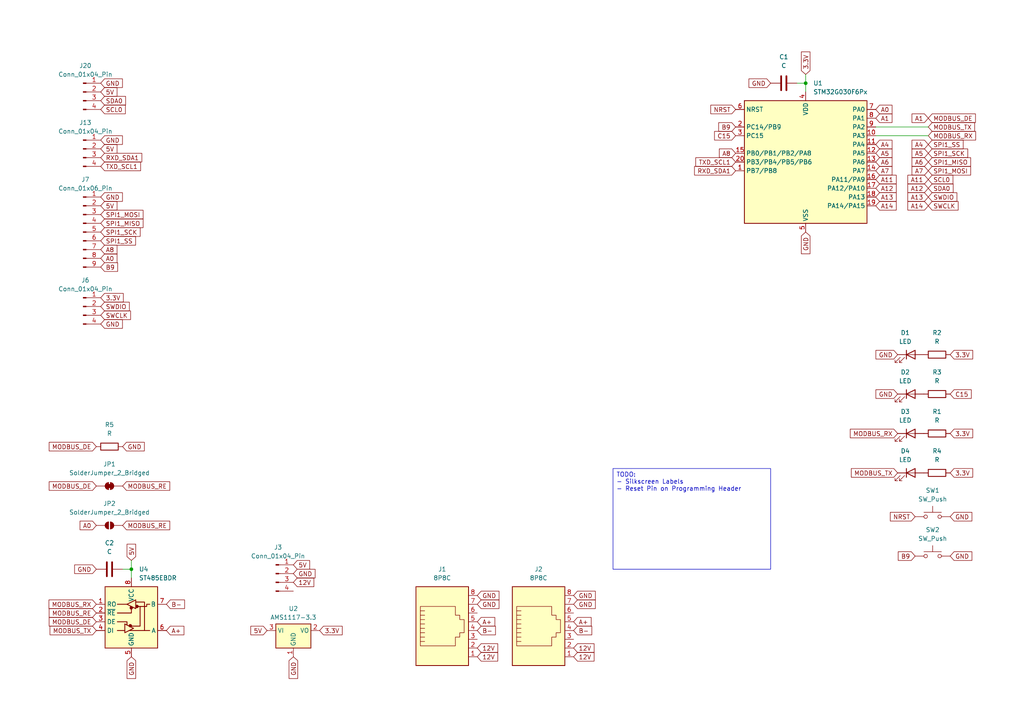
<source format=kicad_sch>
(kicad_sch (version 20231120) (generator "eeschema") (generator_version "8.0")
  (paper "A4")
  (lib_symbols
    (symbol "Connector:8P8C" (pin_names (offset 1.016))
      (property "Reference" "J" (at -5.08 13.97 0))
      (property "Value" "8P8C" (at 2.54 13.97 0))
      (symbol "8P8C_0_1"
        (polyline (pts (xy -5.08 4.445) (xy -6.35 4.445)))
        (polyline (pts (xy -5.08 5.715) (xy -6.35 5.715)))
        (polyline (pts (xy -6.35 -3.175) (xy -5.08 -3.175) (xy -5.08 -3.175)))
        (polyline (pts (xy -6.35 -1.905) (xy -5.08 -1.905) (xy -5.08 -1.905)))
        (polyline (pts (xy -6.35 -0.635) (xy -5.08 -0.635) (xy -5.08 -0.635)))
        (polyline (pts (xy -6.35 0.635) (xy -5.08 0.635) (xy -5.08 0.635)))
        (polyline (pts (xy -6.35 1.905) (xy -5.08 1.905) (xy -5.08 1.905)))
        (polyline (pts (xy -5.08 3.175) (xy -6.35 3.175) (xy -6.35 3.175)))
        (polyline (pts (xy -6.35 -4.445) (xy -6.35 6.985) (xy 3.81 6.985) (xy 3.81 4.445) (xy 5.08 4.445) (xy 5.08 3.175) (xy 6.35 3.175) (xy 6.35 -0.635) (xy 5.08 -0.635) (xy 5.08 -1.905) (xy 3.81 -1.905) (xy 3.81 -4.445) (xy -6.35 -4.445) (xy -6.35 -4.445)))
        (rectangle (start 7.62 12.7) (end -7.62 -10.16) (stroke (width 0.254)) (fill (type background)))
      )
      (symbol "8P8C_1_1"
        (pin passive line (at 10.16 -7.62 180) (length 2.54) (name "~") (number "1"))
        (pin passive line (at 10.16 -5.08 180) (length 2.54) (name "~") (number "2"))
        (pin passive line (at 10.16 -2.54 180) (length 2.54) (name "~") (number "3"))
        (pin passive line (at 10.16 0 180) (length 2.54) (name "~") (number "4"))
        (pin passive line (at 10.16 2.54 180) (length 2.54) (name "~") (number "5"))
        (pin passive line (at 10.16 5.08 180) (length 2.54) (name "~") (number "6"))
        (pin passive line (at 10.16 7.62 180) (length 2.54) (name "~") (number "7"))
        (pin passive line (at 10.16 10.16 180) (length 2.54) (name "~") (number "8"))
      )
    )
    (symbol "Connector:Conn_01x04_Pin" (pin_names (offset 1.016) hide)
      (property "Reference" "J" (at 0 5.08 0))
      (property "Value" "Conn_01x04_Pin" (at 0 -7.62 0))
      (symbol "Conn_01x04_Pin_1_1"
        (polyline (pts (xy 1.27 -5.08) (xy 0.8636 -5.08)) (stroke (width 0.1524)))
        (polyline (pts (xy 1.27 -2.54) (xy 0.8636 -2.54)) (stroke (width 0.1524)))
        (polyline (pts (xy 1.27 0) (xy 0.8636 0)) (stroke (width 0.1524)))
        (polyline (pts (xy 1.27 2.54) (xy 0.8636 2.54)) (stroke (width 0.1524)))
        (rectangle (start 0.8636 -4.953) (end 0 -5.207) (stroke (width 0.1524)) (fill (type outline)))
        (rectangle (start 0.8636 -2.413) (end 0 -2.667) (stroke (width 0.1524)) (fill (type outline)))
        (rectangle (start 0.8636 0.127) (end 0 -0.127) (stroke (width 0.1524)) (fill (type outline)))
        (rectangle (start 0.8636 2.667) (end 0 2.413) (stroke (width 0.1524)) (fill (type outline)))
        (pin passive line (at 5.08 2.54 180) (length 3.81) (name "Pin_1") (number "1"))
        (pin passive line (at 5.08 0 180) (length 3.81) (name "Pin_2") (number "2"))
        (pin passive line (at 5.08 -2.54 180) (length 3.81) (name "Pin_3") (number "3"))
        (pin passive line (at 5.08 -5.08 180) (length 3.81) (name "Pin_4") (number "4"))
      )
    )
    (symbol "Connector:Conn_01x09_Pin" (pin_names (offset 1.016) hide)
      (property "Reference" "J" (at 0 12.7 0))
      (property "Value" "Conn_01x09_Pin" (at 0 -12.7 0))
      (symbol "Conn_01x09_Pin_1_1"
        (polyline (pts (xy 1.27 -10.16) (xy 0.8636 -10.16)) (stroke (width 0.1524)))
        (polyline (pts (xy 1.27 -7.62) (xy 0.8636 -7.62)) (stroke (width 0.1524)))
        (polyline (pts (xy 1.27 -5.08) (xy 0.8636 -5.08)) (stroke (width 0.1524)))
        (polyline (pts (xy 1.27 -2.54) (xy 0.8636 -2.54)) (stroke (width 0.1524)))
        (polyline (pts (xy 1.27 0) (xy 0.8636 0)) (stroke (width 0.1524)))
        (polyline (pts (xy 1.27 2.54) (xy 0.8636 2.54)) (stroke (width 0.1524)))
        (polyline (pts (xy 1.27 5.08) (xy 0.8636 5.08)) (stroke (width 0.1524)))
        (polyline (pts (xy 1.27 7.62) (xy 0.8636 7.62)) (stroke (width 0.1524)))
        (polyline (pts (xy 1.27 10.16) (xy 0.8636 10.16)) (stroke (width 0.1524)))
        (rectangle (start 0.8636 -10.033) (end 0 -10.287) (stroke (width 0.1524)) (fill (type outline)))
        (rectangle (start 0.8636 -7.493) (end 0 -7.747) (stroke (width 0.1524)) (fill (type outline)))
        (rectangle (start 0.8636 -4.953) (end 0 -5.207) (stroke (width 0.1524)) (fill (type outline)))
        (rectangle (start 0.8636 -2.413) (end 0 -2.667) (stroke (width 0.1524)) (fill (type outline)))
        (rectangle (start 0.8636 0.127) (end 0 -0.127) (stroke (width 0.1524)) (fill (type outline)))
        (rectangle (start 0.8636 2.667) (end 0 2.413) (stroke (width 0.1524)) (fill (type outline)))
        (rectangle (start 0.8636 5.207) (end 0 4.953) (stroke (width 0.1524)) (fill (type outline)))
        (rectangle (start 0.8636 7.747) (end 0 7.493) (stroke (width 0.1524)) (fill (type outline)))
        (rectangle (start 0.8636 10.287) (end 0 10.033) (stroke (width 0.1524)) (fill (type outline)))
        (pin passive line (at 5.08 10.16 180) (length 3.81) (name "Pin_1") (number "1"))
        (pin passive line (at 5.08 7.62 180) (length 3.81) (name "Pin_2") (number "2"))
        (pin passive line (at 5.08 5.08 180) (length 3.81) (name "Pin_3") (number "3"))
        (pin passive line (at 5.08 2.54 180) (length 3.81) (name "Pin_4") (number "4"))
        (pin passive line (at 5.08 0 180) (length 3.81) (name "Pin_5") (number "5"))
        (pin passive line (at 5.08 -2.54 180) (length 3.81) (name "Pin_6") (number "6"))
        (pin passive line (at 5.08 -5.08 180) (length 3.81) (name "Pin_7") (number "7"))
        (pin passive line (at 5.08 -7.62 180) (length 3.81) (name "Pin_8") (number "8"))
        (pin passive line (at 5.08 -10.16 180) (length 3.81) (name "Pin_9") (number "9"))
      )
    )
    (symbol "Device:C" (pin_numbers hide) (pin_names (offset 0.254))
      (property "Reference" "C" (at 0.635 2.54 0))
      (property "Value" "C" (at 0.635 -2.54 0))
      (symbol "C_0_1"
        (polyline (pts (xy -2.032 -0.762) (xy 2.032 -0.762)) (stroke (width 0.508)))
        (polyline (pts (xy -2.032 0.762) (xy 2.032 0.762)) (stroke (width 0.508)))
      )
      (symbol "C_1_1"
        (pin passive line (at 0 3.81 270) (length 2.794) (name "~") (number "1"))
        (pin passive line (at 0 -3.81 90) (length 2.794) (name "~") (number "2"))
      )
    )
    (symbol "Device:LED" (pin_numbers hide) (pin_names (offset 1.016) hide)
      (property "Reference" "D" (at 0 2.54 0))
      (property "Value" "LED" (at 0 -2.54 0))
      (symbol "LED_0_1"
        (polyline (pts (xy -1.27 -1.27) (xy -1.27 1.27)) (stroke (width 0.254)))
        (polyline (pts (xy -1.27 0) (xy 1.27 0)))
        (polyline (pts (xy 1.27 -1.27) (xy 1.27 1.27) (xy -1.27 0) (xy 1.27 -1.27)) (stroke (width 0.254)))
        (polyline (pts (xy -3.048 -0.762) (xy -4.572 -2.286) (xy -3.81 -2.286) (xy -4.572 -2.286) (xy -4.572 -1.524)))
        (polyline (pts (xy -1.778 -0.762) (xy -3.302 -2.286) (xy -2.54 -2.286) (xy -3.302 -2.286) (xy -3.302 -1.524)))
      )
      (symbol "LED_1_1"
        (pin passive line (at -3.81 0 0) (length 2.54) (name "K") (number "1"))
        (pin passive line (at 3.81 0 180) (length 2.54) (name "A") (number "2"))
      )
    )
    (symbol "Device:R" (pin_numbers hide) (pin_names (offset 0))
      (property "Reference" "R" (at 2.032 0 90))
      (property "Value" "R" (at 0 0 90))
      (symbol "R_0_1"
        (rectangle (start -1.016 -2.54) (end 1.016 2.54) (stroke (width 0.254)))
      )
      (symbol "R_1_1"
        (pin passive line (at 0 3.81 270) (length 1.27) (name "~") (number "1"))
        (pin passive line (at 0 -3.81 90) (length 1.27) (name "~") (number "2"))
      )
    )
    (symbol "Interface_UART:ST485EBDR"
      (property "Reference" "U" (at -6.35 8.89 0))
      (property "Value" "ST485EBDR" (at 1.27 8.89 0))
      (symbol "ST485EBDR_0_1"
        (rectangle (start -7.62 7.62) (end 7.62 -10.16) (stroke (width 0.254)) (fill (type background)))
        (circle (center -0.3048 -3.683) (radius 0.3556) (stroke (width 0.254)) (fill (type outline)))
        (circle (center -0.0254 1.4986) (radius 0.3556) (stroke (width 0.254)) (fill (type outline)))
        (polyline (pts (xy -4.064 -5.08) (xy -1.905 -5.08)) (stroke (width 0.254)))
        (polyline (pts (xy -4.064 2.54) (xy -1.27 2.54)) (stroke (width 0.254)))
        (polyline (pts (xy -1.27 -3.2004) (xy -1.27 -3.4544)) (stroke (width 0.254)))
        (polyline (pts (xy -0.635 -5.08) (xy 5.334 -5.08)) (stroke (width 0.254)))
        (polyline (pts (xy -4.064 -2.54) (xy -1.27 -2.54) (xy -1.27 -3.175)) (stroke (width 0.254)))
        (polyline (pts (xy 0 1.27) (xy 0 0) (xy -4.064 0)) (stroke (width 0.254)))
        (polyline (pts (xy 1.27 3.175) (xy 3.81 3.175) (xy 3.81 -5.08)) (stroke (width 0.254)))
        (polyline (pts (xy 2.54 1.905) (xy 2.54 -3.81) (xy 0 -3.81)) (stroke (width 0.254)))
        (polyline (pts (xy -1.905 -3.175) (xy -1.905 -5.715) (xy 0.635 -4.445) (xy -1.905 -3.175)) (stroke (width 0.254)))
        (polyline (pts (xy -1.27 2.54) (xy 1.27 3.81) (xy 1.27 1.27) (xy -1.27 2.54)) (stroke (width 0.254)))
        (polyline (pts (xy 1.905 1.905) (xy 4.445 1.905) (xy 4.445 2.54) (xy 5.334 2.54)) (stroke (width 0.254)))
        (rectangle (start 1.27 3.175) (end 1.27 3.175))
        (circle (center 1.651 1.905) (radius 0.3556) (stroke (width 0.254)) (fill (type outline)))
      )
      (symbol "ST485EBDR_1_1"
        (pin output line (at -10.16 2.54 0) (length 2.54) (name "RO") (number "1"))
        (pin input line (at -10.16 0 0) (length 2.54) (name "~{RE}") (number "2"))
        (pin input line (at -10.16 -2.54 0) (length 2.54) (name "DE") (number "3"))
        (pin input line (at -10.16 -5.08 0) (length 2.54) (name "DI") (number "4"))
        (pin power_in line (at 0 -12.7 90) (length 2.54) (name "GND") (number "5"))
        (pin bidirectional line (at 10.16 -5.08 180) (length 2.54) (name "A") (number "6"))
        (pin bidirectional line (at 10.16 2.54 180) (length 2.54) (name "B") (number "7"))
        (pin power_in line (at 0 10.16 270) (length 2.54) (name "VCC") (number "8"))
      )
    )
    (symbol "Jumper:SolderJumper_2_Bridged" (pin_numbers hide) (pin_names (offset 0) hide) (exclude_from_sim yes) (in_bom no)
      (property "Reference" "JP" (at 0 2.032 0))
      (property "Value" "SolderJumper_2_Bridged" (at 0 -2.54 0))
      (symbol "SolderJumper_2_Bridged_0_1"
        (rectangle (start -0.508 0.508) (end 0.508 -0.508) (fill (type outline)))
        (arc (start -0.254 1.016) (mid -1.2656 0) (end -0.254 -1.016))
        (arc (start -0.254 1.016) (mid -1.2656 0) (end -0.254 -1.016) (fill (type outline)))
        (polyline (pts (xy -0.254 1.016) (xy -0.254 -1.016)))
        (polyline (pts (xy 0.254 1.016) (xy 0.254 -1.016)))
        (arc (start 0.254 -1.016) (mid 1.2656 0) (end 0.254 1.016))
        (arc (start 0.254 -1.016) (mid 1.2656 0) (end 0.254 1.016) (fill (type outline)))
      )
      (symbol "SolderJumper_2_Bridged_1_1"
        (pin passive line (at -3.81 0 0) (length 2.54) (name "A") (number "1"))
        (pin passive line (at 3.81 0 180) (length 2.54) (name "B") (number "2"))
      )
    )
    (symbol "Jumper:SolderJumper_2_Open" (pin_numbers hide) (pin_names (offset 0) hide) (exclude_from_sim yes) (in_bom no)
      (property "Reference" "JP" (at 0 2.032 0))
      (property "Value" "SolderJumper_2_Open" (at 0 -2.54 0))
      (symbol "SolderJumper_2_Open_0_1"
        (arc (start -0.254 1.016) (mid -1.2656 0) (end -0.254 -1.016))
        (arc (start -0.254 1.016) (mid -1.2656 0) (end -0.254 -1.016) (fill (type outline)))
        (polyline (pts (xy -0.254 1.016) (xy -0.254 -1.016)))
        (polyline (pts (xy 0.254 1.016) (xy 0.254 -1.016)))
        (arc (start 0.254 -1.016) (mid 1.2656 0) (end 0.254 1.016))
        (arc (start 0.254 -1.016) (mid 1.2656 0) (end 0.254 1.016) (fill (type outline)))
      )
      (symbol "SolderJumper_2_Open_1_1"
        (pin passive line (at -3.81 0 0) (length 2.54) (name "A") (number "1"))
        (pin passive line (at 3.81 0 180) (length 2.54) (name "B") (number "2"))
      )
    )
    (symbol "MCU_ST_STM32G0:STM32G030F6Px"
      (property "Reference" "U" (at -17.78 19.05 0))
      (property "Value" "STM32G030F6Px" (at 2.54 19.05 0))
      (symbol "STM32G030F6Px_0_1"
        (rectangle (start -17.78 -17.78) (end 17.78 17.78) (stroke (width 0.254)) (fill (type background)))
      )
      (symbol "STM32G030F6Px_1_1"
        (pin bidirectional line (at -20.32 -2.54 0) (length 2.54) (name "PB7/PB8") (number "1"))
        (pin bidirectional line (at 20.32 7.62 180) (length 2.54) (name "PA3") (number "10"))
        (pin bidirectional line (at 20.32 5.08 180) (length 2.54) (name "PA4") (number "11"))
        (pin bidirectional line (at 20.32 2.54 180) (length 2.54) (name "PA5") (number "12"))
        (pin bidirectional line (at 20.32 0 180) (length 2.54) (name "PA6") (number "13"))
        (pin bidirectional line (at 20.32 -2.54 180) (length 2.54) (name "PA7") (number "14"))
        (pin bidirectional line (at -20.32 2.54 0) (length 2.54) (name "PB0/PB1/PB2/PA8") (number "15"))
        (pin bidirectional line (at 20.32 -5.08 180) (length 2.54) (name "PA11/PA9") (number "16"))
        (pin bidirectional line (at 20.32 -7.62 180) (length 2.54) (name "PA12/PA10") (number "17"))
        (pin bidirectional line (at 20.32 -10.16 180) (length 2.54) (name "PA13") (number "18"))
        (pin bidirectional line (at 20.32 -12.7 180) (length 2.54) (name "PA14/PA15") (number "19"))
        (pin bidirectional line (at -20.32 10.16 0) (length 2.54) (name "PC14/PB9") (number "2"))
        (pin bidirectional line (at -20.32 0 0) (length 2.54) (name "PB3/PB4/PB5/PB6") (number "20"))
        (pin bidirectional line (at -20.32 7.62 0) (length 2.54) (name "PC15") (number "3"))
        (pin power_in line (at 0 20.32 270) (length 2.54) (name "VDD") (number "4"))
        (pin power_in line (at 0 -20.32 90) (length 2.54) (name "VSS") (number "5"))
        (pin input line (at -20.32 15.24 0) (length 2.54) (name "NRST") (number "6"))
        (pin bidirectional line (at 20.32 15.24 180) (length 2.54) (name "PA0") (number "7"))
        (pin bidirectional line (at 20.32 12.7 180) (length 2.54) (name "PA1") (number "8"))
        (pin bidirectional line (at 20.32 10.16 180) (length 2.54) (name "PA2") (number "9"))
      )
    )
    (symbol "Regulator_Linear:AMS1117-3.3"
      (property "Reference" "U" (at -3.81 3.175 0))
      (property "Value" "AMS1117-3.3" (at 0 3.175 0))
      (symbol "AMS1117-3.3_0_1"
        (rectangle (start -5.08 -5.08) (end 5.08 1.905) (stroke (width 0.254)) (fill (type background)))
      )
      (symbol "AMS1117-3.3_1_1"
        (pin power_in line (at 0 -7.62 90) (length 2.54) (name "GND") (number "1"))
        (pin power_out line (at 7.62 0 180) (length 2.54) (name "VO") (number "2"))
        (pin power_in line (at -7.62 0 0) (length 2.54) (name "VI") (number "3"))
      )
    )
    (symbol "Switch:SW_Push" (pin_numbers hide) (pin_names (offset 1.016) hide)
      (property "Reference" "SW" (at 1.27 2.54 0))
      (property "Value" "SW_Push" (at 0 -1.524 0))
      (symbol "SW_Push_0_1"
        (circle (center -2.032 0) (radius 0.508))
        (polyline (pts (xy 0 1.27) (xy 0 3.048)))
        (polyline (pts (xy 2.54 1.27) (xy -2.54 1.27)))
        (circle (center 2.032 0) (radius 0.508))
        (pin passive line (at -5.08 0 0) (length 2.54) (name "1") (number "1"))
        (pin passive line (at 5.08 0 180) (length 2.54) (name "2") (number "2"))
      )
    )
  )
  (junction (at 38.1 165.1))
  (junction (at 233.68 24.13))
  (wire (pts (xy 233.68 21.59) (xy 233.68 24.13)))
  (wire (pts (xy 38.1 165.1) (xy 38.1 167.64)))
  (wire (pts (xy 38.1 165.1) (xy 35.56 165.1)))
  (wire (pts (xy 254 39.37) (xy 269.24 39.37)))
  (wire (pts (xy 233.68 24.13) (xy 233.68 26.67)))
  (wire (pts (xy 254 36.83) (xy 269.24 36.83)))
  (wire (pts (xy 38.1 162.56) (xy 38.1 165.1)))
  (wire (pts (xy 233.68 24.13) (xy 231.14 24.13)))
  (text_box "TODO:\n- Silkscreen Labels\n- Reset Pin on Programming Header" (at 177.8 135.89 0) (size 45.72 29.21) (effects (font (size 1.27 1.27)) (justify left top)))
  (global_label "A13" (shape input) (at 254 57.15 0) (property "Intersheetrefs" "${INTERSHEET_REFS}" (effects (hide yes))))
  (global_label "A4" (shape input) (at 254 41.91 0) (property "Intersheetrefs" "${INTERSHEET_REFS}" (effects (hide yes))))
  (global_label "SPI1_SCK" (shape input) (at 29.21 67.31 0) (property "Intersheetrefs" "${INTERSHEET_REFS}" (effects (hide yes))))
  (global_label "5V" (shape input) (at 29.21 59.69 0) (property "Intersheetrefs" "${INTERSHEET_REFS}" (effects (hide yes))))
  (global_label "5V" (shape input) (at 29.21 26.67 0) (property "Intersheetrefs" "${INTERSHEET_REFS}" (effects (hide yes))))
  (global_label "GND" (shape input) (at 275.59 149.86 0) (property "Intersheetrefs" "${INTERSHEET_REFS}" (effects (hide yes))))
  (global_label "B9" (shape input) (at 213.36 36.83 180) (property "Intersheetrefs" "${INTERSHEET_REFS}" (effects (hide yes))))
  (global_label "B-" (shape input) (at 48.26 175.26 0) (property "Intersheetrefs" "${INTERSHEET_REFS}" (effects (hide yes))))
  (global_label "GND" (shape input) (at 29.21 93.98 0) (property "Intersheetrefs" "${INTERSHEET_REFS}" (effects (hide yes))))
  (global_label "GND" (shape input) (at 35.56 129.54 0) (property "Intersheetrefs" "${INTERSHEET_REFS}" (effects (hide yes))))
  (global_label "5V" (shape input) (at 77.47 182.88 180) (property "Intersheetrefs" "${INTERSHEET_REFS}" (effects (hide yes))))
  (global_label "SPI1_MISO" (shape input) (at 269.24 46.99 0) (property "Intersheetrefs" "${INTERSHEET_REFS}" (effects (hide yes))))
  (global_label "SDA0" (shape input) (at 269.24 54.61 0) (property "Intersheetrefs" "${INTERSHEET_REFS}" (effects (hide yes))))
  (global_label "A4" (shape input) (at 269.24 41.91 180) (property "Intersheetrefs" "${INTERSHEET_REFS}" (effects (hide yes))))
  (global_label "SDA0" (shape input) (at 29.21 29.21 0) (property "Intersheetrefs" "${INTERSHEET_REFS}" (effects (hide yes))))
  (global_label "SWDIO" (shape input) (at 29.21 88.9 0) (property "Intersheetrefs" "${INTERSHEET_REFS}" (effects (hide yes))))
  (global_label "GND" (shape input) (at 138.43 172.72 0) (property "Intersheetrefs" "${INTERSHEET_REFS}" (effects (hide yes))))
  (global_label "MODBUS_RE" (shape input) (at 27.94 177.8 180) (property "Intersheetrefs" "${INTERSHEET_REFS}" (effects (hide yes))))
  (global_label "SPI1_SS" (shape input) (at 269.24 41.91 0) (property "Intersheetrefs" "${INTERSHEET_REFS}" (effects (hide yes))))
  (global_label "A8" (shape input) (at 29.21 72.39 0) (property "Intersheetrefs" "${INTERSHEET_REFS}" (effects (hide yes))))
  (global_label "12V" (shape input) (at 85.09 168.91 0) (property "Intersheetrefs" "${INTERSHEET_REFS}" (effects (hide yes))))
  (global_label "A11" (shape input) (at 269.24 52.07 180) (property "Intersheetrefs" "${INTERSHEET_REFS}" (effects (hide yes))))
  (global_label "MODBUS_DE" (shape input) (at 269.24 34.29 0) (property "Intersheetrefs" "${INTERSHEET_REFS}" (effects (hide yes))))
  (global_label "A5" (shape input) (at 269.24 44.45 180) (property "Intersheetrefs" "${INTERSHEET_REFS}" (effects (hide yes))))
  (global_label "3.3V" (shape input) (at 275.59 125.73 0) (property "Intersheetrefs" "${INTERSHEET_REFS}" (effects (hide yes))))
  (global_label "MODBUS_RE" (shape input) (at 35.56 140.97 0) (property "Intersheetrefs" "${INTERSHEET_REFS}" (effects (hide yes))))
  (global_label "GND" (shape input) (at 38.1 190.5 270) (property "Intersheetrefs" "${INTERSHEET_REFS}" (effects (hide yes))))
  (global_label "A0" (shape input) (at 29.21 74.93 0) (property "Intersheetrefs" "${INTERSHEET_REFS}" (effects (hide yes))))
  (global_label "NRST" (shape input) (at 265.43 149.86 180) (property "Intersheetrefs" "${INTERSHEET_REFS}" (effects (hide yes))))
  (global_label "A+" (shape input) (at 138.43 180.34 0) (property "Intersheetrefs" "${INTERSHEET_REFS}" (effects (hide yes))))
  (global_label "A5" (shape input) (at 254 44.45 0) (property "Intersheetrefs" "${INTERSHEET_REFS}" (effects (hide yes))))
  (global_label "GND" (shape input) (at 29.21 57.15 0) (property "Intersheetrefs" "${INTERSHEET_REFS}" (effects (hide yes))))
  (global_label "GND" (shape input) (at 223.52 24.13 180) (property "Intersheetrefs" "${INTERSHEET_REFS}" (effects (hide yes))))
  (global_label "MODBUS_DE" (shape input) (at 27.94 140.97 180) (property "Intersheetrefs" "${INTERSHEET_REFS}" (effects (hide yes))))
  (global_label "3.3V" (shape input) (at 275.59 137.16 0) (property "Intersheetrefs" "${INTERSHEET_REFS}" (effects (hide yes))))
  (global_label "C15" (shape input) (at 213.36 39.37 180) (property "Intersheetrefs" "${INTERSHEET_REFS}" (effects (hide yes))))
  (global_label "GND" (shape input) (at 29.21 40.64 0) (property "Intersheetrefs" "${INTERSHEET_REFS}" (effects (hide yes))))
  (global_label "B-" (shape input) (at 166.37 182.88 0) (property "Intersheetrefs" "${INTERSHEET_REFS}" (effects (hide yes))))
  (global_label "MODBUS_DE" (shape input) (at 27.94 180.34 180) (property "Intersheetrefs" "${INTERSHEET_REFS}" (effects (hide yes))))
  (global_label "5V" (shape input) (at 29.21 43.18 0) (property "Intersheetrefs" "${INTERSHEET_REFS}" (effects (hide yes))))
  (global_label "TXD_SCL1" (shape input) (at 213.36 46.99 180) (property "Intersheetrefs" "${INTERSHEET_REFS}" (effects (hide yes))))
  (global_label "12V" (shape input) (at 138.43 190.5 0) (property "Intersheetrefs" "${INTERSHEET_REFS}" (effects (hide yes))))
  (global_label "12V" (shape input) (at 166.37 187.96 0) (property "Intersheetrefs" "${INTERSHEET_REFS}" (effects (hide yes))))
  (global_label "5V" (shape input) (at 85.09 163.83 0) (property "Intersheetrefs" "${INTERSHEET_REFS}" (effects (hide yes))))
  (global_label "NRST" (shape input) (at 213.36 31.75 180) (property "Intersheetrefs" "${INTERSHEET_REFS}" (effects (hide yes))))
  (global_label "A11" (shape input) (at 254 52.07 0) (property "Intersheetrefs" "${INTERSHEET_REFS}" (effects (hide yes))))
  (global_label "GND" (shape input) (at 166.37 175.26 0) (property "Intersheetrefs" "${INTERSHEET_REFS}" (effects (hide yes))))
  (global_label "B9" (shape input) (at 265.43 161.29 180) (property "Intersheetrefs" "${INTERSHEET_REFS}" (effects (hide yes))))
  (global_label "GND" (shape input) (at 27.94 165.1 180) (property "Intersheetrefs" "${INTERSHEET_REFS}" (effects (hide yes))))
  (global_label "RXD_SDA1" (shape input) (at 213.36 49.53 180) (property "Intersheetrefs" "${INTERSHEET_REFS}" (effects (hide yes))))
  (global_label "SCL0" (shape input) (at 269.24 52.07 0) (property "Intersheetrefs" "${INTERSHEET_REFS}" (effects (hide yes))))
  (global_label "A1" (shape input) (at 269.24 34.29 180) (property "Intersheetrefs" "${INTERSHEET_REFS}" (effects (hide yes))))
  (global_label "GND" (shape input) (at 85.09 190.5 270) (property "Intersheetrefs" "${INTERSHEET_REFS}" (effects (hide yes))))
  (global_label "MODBUS_TX" (shape input) (at 260.35 137.16 180) (property "Intersheetrefs" "${INTERSHEET_REFS}" (effects (hide yes))))
  (global_label "A7" (shape input) (at 254 49.53 0) (property "Intersheetrefs" "${INTERSHEET_REFS}" (effects (hide yes))))
  (global_label "GND" (shape input) (at 166.37 172.72 0) (property "Intersheetrefs" "${INTERSHEET_REFS}" (effects (hide yes))))
  (global_label "A14" (shape input) (at 269.24 59.69 180) (property "Intersheetrefs" "${INTERSHEET_REFS}" (effects (hide yes))))
  (global_label "A1" (shape input) (at 254 34.29 0) (property "Intersheetrefs" "${INTERSHEET_REFS}" (effects (hide yes))))
  (global_label "RXD_SDA1" (shape input) (at 29.21 45.72 0) (property "Intersheetrefs" "${INTERSHEET_REFS}" (effects (hide yes))))
  (global_label "MODBUS_TX" (shape input) (at 269.24 36.83 0) (property "Intersheetrefs" "${INTERSHEET_REFS}" (effects (hide yes))))
  (global_label "SPI1_MISO" (shape input) (at 29.21 64.77 0) (property "Intersheetrefs" "${INTERSHEET_REFS}" (effects (hide yes))))
  (global_label "A+" (shape input) (at 48.26 182.88 0) (property "Intersheetrefs" "${INTERSHEET_REFS}" (effects (hide yes))))
  (global_label "SCL0" (shape input) (at 29.21 31.75 0) (property "Intersheetrefs" "${INTERSHEET_REFS}" (effects (hide yes))))
  (global_label "GND" (shape input) (at 260.35 114.3 180) (property "Intersheetrefs" "${INTERSHEET_REFS}" (effects (hide yes))))
  (global_label "SPI1_MOSI" (shape input) (at 269.24 49.53 0) (property "Intersheetrefs" "${INTERSHEET_REFS}" (effects (hide yes))))
  (global_label "GND" (shape input) (at 138.43 175.26 0) (property "Intersheetrefs" "${INTERSHEET_REFS}" (effects (hide yes))))
  (global_label "A0" (shape input) (at 27.94 152.4 180) (property "Intersheetrefs" "${INTERSHEET_REFS}" (effects (hide yes))))
  (global_label "A8" (shape input) (at 213.36 44.45 180) (property "Intersheetrefs" "${INTERSHEET_REFS}" (effects (hide yes))))
  (global_label "12V" (shape input) (at 166.37 190.5 0) (property "Intersheetrefs" "${INTERSHEET_REFS}" (effects (hide yes))))
  (global_label "12V" (shape input) (at 138.43 187.96 0) (property "Intersheetrefs" "${INTERSHEET_REFS}" (effects (hide yes))))
  (global_label "GND" (shape input) (at 233.68 67.31 270) (property "Intersheetrefs" "${INTERSHEET_REFS}" (effects (hide yes))))
  (global_label "A7" (shape input) (at 269.24 49.53 180) (property "Intersheetrefs" "${INTERSHEET_REFS}" (effects (hide yes))))
  (global_label "SPI1_MOSI" (shape input) (at 29.21 62.23 0) (property "Intersheetrefs" "${INTERSHEET_REFS}" (effects (hide yes))))
  (global_label "TXD_SCL1" (shape input) (at 29.21 48.26 0) (property "Intersheetrefs" "${INTERSHEET_REFS}" (effects (hide yes))))
  (global_label "MODBUS_RX" (shape input) (at 269.24 39.37 0) (property "Intersheetrefs" "${INTERSHEET_REFS}" (effects (hide yes))))
  (global_label "A+" (shape input) (at 166.37 180.34 0) (property "Intersheetrefs" "${INTERSHEET_REFS}" (effects (hide yes))))
  (global_label "3.3V" (shape input) (at 233.68 21.59 90) (property "Intersheetrefs" "${INTERSHEET_REFS}" (effects (hide yes))))
  (global_label "A6" (shape input) (at 269.24 46.99 180) (property "Intersheetrefs" "${INTERSHEET_REFS}" (effects (hide yes))))
  (global_label "5V" (shape input) (at 38.1 162.56 90) (property "Intersheetrefs" "${INTERSHEET_REFS}" (effects (hide yes))))
  (global_label "GND" (shape input) (at 29.21 24.13 0) (property "Intersheetrefs" "${INTERSHEET_REFS}" (effects (hide yes))))
  (global_label "SWDIO" (shape input) (at 269.24 57.15 0) (property "Intersheetrefs" "${INTERSHEET_REFS}" (effects (hide yes))))
  (global_label "A6" (shape input) (at 254 46.99 0) (property "Intersheetrefs" "${INTERSHEET_REFS}" (effects (hide yes))))
  (global_label "A12" (shape input) (at 269.24 54.61 180) (property "Intersheetrefs" "${INTERSHEET_REFS}" (effects (hide yes))))
  (global_label "SPI1_SS" (shape input) (at 29.21 69.85 0) (property "Intersheetrefs" "${INTERSHEET_REFS}" (effects (hide yes))))
  (global_label "A13" (shape input) (at 269.24 57.15 180) (property "Intersheetrefs" "${INTERSHEET_REFS}" (effects (hide yes))))
  (global_label "A14" (shape input) (at 254 59.69 0) (property "Intersheetrefs" "${INTERSHEET_REFS}" (effects (hide yes))))
  (global_label "3.3V" (shape input) (at 29.21 86.36 0) (property "Intersheetrefs" "${INTERSHEET_REFS}" (effects (hide yes))))
  (global_label "GND" (shape input) (at 275.59 161.29 0) (property "Intersheetrefs" "${INTERSHEET_REFS}" (effects (hide yes))))
  (global_label "MODBUS_TX" (shape input) (at 27.94 182.88 180) (property "Intersheetrefs" "${INTERSHEET_REFS}" (effects (hide yes))))
  (global_label "MODBUS_RX" (shape input) (at 27.94 175.26 180) (property "Intersheetrefs" "${INTERSHEET_REFS}" (effects (hide yes))))
  (global_label "MODBUS_RX" (shape input) (at 260.35 125.73 180) (property "Intersheetrefs" "${INTERSHEET_REFS}" (effects (hide yes))))
  (global_label "B9" (shape input) (at 29.21 77.47 0) (property "Intersheetrefs" "${INTERSHEET_REFS}" (effects (hide yes))))
  (global_label "C15" (shape input) (at 275.59 114.3 0) (property "Intersheetrefs" "${INTERSHEET_REFS}" (effects (hide yes))))
  (global_label "A12" (shape input) (at 254 54.61 0) (property "Intersheetrefs" "${INTERSHEET_REFS}" (effects (hide yes))))
  (global_label "SWCLK" (shape input) (at 269.24 59.69 0) (property "Intersheetrefs" "${INTERSHEET_REFS}" (effects (hide yes))))
  (global_label "GND" (shape input) (at 260.35 102.87 180) (property "Intersheetrefs" "${INTERSHEET_REFS}" (effects (hide yes))))
  (global_label "B-" (shape input) (at 138.43 182.88 0) (property "Intersheetrefs" "${INTERSHEET_REFS}" (effects (hide yes))))
  (global_label "3.3V" (shape input) (at 275.59 102.87 0) (property "Intersheetrefs" "${INTERSHEET_REFS}" (effects (hide yes))))
  (global_label "A0" (shape input) (at 254 31.75 0) (property "Intersheetrefs" "${INTERSHEET_REFS}" (effects (hide yes))))
  (global_label "GND" (shape input) (at 85.09 166.37 0) (property "Intersheetrefs" "${INTERSHEET_REFS}" (effects (hide yes))))
  (global_label "SWCLK" (shape input) (at 29.21 91.44 0) (property "Intersheetrefs" "${INTERSHEET_REFS}" (effects (hide yes))))
  (global_label "3.3V" (shape input) (at 92.71 182.88 0) (property "Intersheetrefs" "${INTERSHEET_REFS}" (effects (hide yes))))
  (global_label "MODBUS_RE" (shape input) (at 35.56 152.4 0) (property "Intersheetrefs" "${INTERSHEET_REFS}" (effects (hide yes))))
  (global_label "MODBUS_DE" (shape input) (at 27.94 129.54 180) (property "Intersheetrefs" "${INTERSHEET_REFS}" (effects (hide yes))))
  (global_label "SPI1_SCK" (shape input) (at 269.24 44.45 0) (property "Intersheetrefs" "${INTERSHEET_REFS}" (effects (hide yes))))
  (symbol (lib_id "Device:R") (at 271.78 125.73 90) (unit 1)
    (property "Reference" "R1" (at 271.78 119.38 90))
    (property "Value" "R" (at 271.78 121.92 90))
    (property "Footprint" "Resistor_SMD:R_0805_2012Metric_Pad1.20x1.40mm_HandSolder" (effects (hide yes)))
    (property "Description" "Resistor" (effects (hide yes)))
  )
  (symbol (lib_id "Connector:Conn_01x04_Pin") (at 24.13 43.18 0) (unit 1)
    (property "Reference" "J13" (at 24.765 35.56 0))
    (property "Value" "Conn_01x04_Pin" (at 24.765 38.1 0))
    (property "Footprint" "Connector_PinHeader_2.54mm:PinHeader_1x04_P2.54mm_Vertical" (effects (hide yes)))
  )
  (symbol (lib_id "Switch:SW_Push") (at 270.51 161.29 0) (unit 1)
    (property "Reference" "SW2" (at 270.51 153.67 0))
    (property "Value" "SW_Push" (at 270.51 156.21 0))
    (property "Footprint" "Button_Switch_SMD:SW_Push_1P1T_NO_CK_KMR2" (effects (hide yes)))
    (property "Description" "Push button switch, generic, two pins" (effects (hide yes)))
  )
  (symbol (lib_id "Device:LED") (at 264.16 137.16 0) (unit 1)
    (property "Reference" "D4" (at 262.5725 130.81 0))
    (property "Value" "LED" (at 262.5725 133.35 0))
    (property "Footprint" "LED_SMD:LED_0805_2012Metric_Pad1.15x1.40mm_HandSolder" (effects (hide yes)))
    (property "Description" "Light emitting diode" (effects (hide yes)))
  )
  (symbol (lib_id "Jumper:SolderJumper_2_Open") (at 31.75 152.4 0) (unit 1) (exclude_from_sim yes) (in_bom no)
    (property "Reference" "JP2" (at 31.75 146.05 0))
    (property "Value" "SolderJumper_2_Bridged" (at 31.75 148.59 0))
    (property "Footprint" "Jumper:SolderJumper-2_P1.3mm_Open_TrianglePad1.0x1.5mm" (effects (hide yes)))
    (property "Description" "Solder Jumper, 2-pole, open" (effects (hide yes)))
  )
  (symbol (lib_id "Device:R") (at 271.78 114.3 90) (unit 1)
    (property "Reference" "R3" (at 271.78 107.95 90))
    (property "Value" "R" (at 271.78 110.49 90))
    (property "Footprint" "Resistor_SMD:R_0805_2012Metric_Pad1.20x1.40mm_HandSolder" (effects (hide yes)))
    (property "Description" "Resistor" (effects (hide yes)))
  )
  (symbol (lib_id "MCU_ST_STM32G0:STM32G030F6Px") (at 233.68 46.99 0) (unit 1)
    (property "Reference" "U1" (at 235.8741 24.13 0) (effects (justify left)))
    (property "Value" "STM32G030F6Px" (at 235.8741 26.67 0) (effects (justify left)))
    (property "Footprint" "Package_SO:TSSOP-20_4.4x6.5mm_P0.65mm" (effects (hide yes)))
    (property "Datasheet" "https://www.st.com/resource/en/datasheet/stm32g030f6.pdf" (effects (hide yes)))
    (property "Description" "STMicroelectronics Arm Cortex-M0+ MCU, 32KB flash, 8KB RAM, 64 MHz, 2.0-3.6V, 17 GPIO, TSSOP20" (effects (hide yes)))
  )
  (symbol (lib_id "Regulator_Linear:AMS1117-3.3") (at 85.09 182.88 0) (unit 1)
    (property "Reference" "U2" (at 85.09 176.53 0))
    (property "Value" "AMS1117-3.3" (at 85.09 179.07 0))
    (property "Footprint" "Package_TO_SOT_SMD:SOT-223-3_TabPin2" (effects (hide yes)))
    (property "Datasheet" "http://www.advanced-monolithic.com/pdf/ds1117.pdf" (effects (hide yes)))
    (property "Description" "1A Low Dropout regulator, positive, 3.3V fixed output, SOT-223" (effects (hide yes)))
  )
  (symbol (lib_id "Device:R") (at 31.75 129.54 90) (unit 1)
    (property "Reference" "R5" (at 31.75 123.19 90))
    (property "Value" "R" (at 31.75 125.73 90))
    (property "Footprint" "Resistor_SMD:R_0805_2012Metric_Pad1.20x1.40mm_HandSolder" (effects (hide yes)))
    (property "Description" "Resistor" (effects (hide yes)))
  )
  (symbol (lib_id "Connector:8P8C") (at 156.21 182.88 0) (unit 1)
    (property "Reference" "J2" (at 156.21 165.1 0))
    (property "Value" "8P8C" (at 156.21 167.64 0))
    (property "Footprint" "Connector_RJ:RJ45_Ninigi_GE" (effects (hide yes)))
  )
  (symbol (lib_id "Connector:Conn_01x09_Pin") (at 24.13 67.31 0) (unit 1)
    (property "Reference" "J7" (at 24.765 52.07 0))
    (property "Value" "Conn_01x06_Pin" (at 24.765 54.61 0))
    (property "Footprint" "Connector_PinHeader_2.54mm:PinHeader_1x09_P2.54mm_Vertical" (effects (hide yes)))
    (property "Description" "Generic connector, single row, 01x09, script generated" (effects (hide yes)))
  )
  (symbol (lib_id "Switch:SW_Push") (at 270.51 149.86 0) (unit 1)
    (property "Reference" "SW1" (at 270.51 142.24 0))
    (property "Value" "SW_Push" (at 270.51 144.78 0))
    (property "Footprint" "Button_Switch_SMD:SW_Push_1P1T_NO_CK_KMR2" (effects (hide yes)))
    (property "Description" "Push button switch, generic, two pins" (effects (hide yes)))
  )
  (symbol (lib_id "Connector:Conn_01x04_Pin") (at 24.13 88.9 0) (unit 1)
    (property "Reference" "J6" (at 24.765 81.28 0))
    (property "Value" "Conn_01x04_Pin" (at 24.765 83.82 0))
    (property "Footprint" "Connector_PinHeader_2.54mm:PinHeader_1x04_P2.54mm_Vertical" (effects (hide yes)))
  )
  (symbol (lib_id "Connector:Conn_01x04_Pin") (at 24.13 26.67 0) (unit 1)
    (property "Reference" "J20" (at 24.765 19.05 0))
    (property "Value" "Conn_01x04_Pin" (at 24.765 21.59 0))
    (property "Footprint" "Connector_PinHeader_2.54mm:PinHeader_1x04_P2.54mm_Vertical" (effects (hide yes)))
  )
  (symbol (lib_id "Connector:8P8C") (at 128.27 182.88 0) (unit 1)
    (property "Reference" "J1" (at 128.27 165.1 0))
    (property "Value" "8P8C" (at 128.27 167.64 0))
    (property "Footprint" "Connector_RJ:RJ45_Ninigi_GE" (effects (hide yes)))
  )
  (symbol (lib_id "Device:LED") (at 264.16 125.73 0) (unit 1)
    (property "Reference" "D3" (at 262.5725 119.38 0))
    (property "Value" "LED" (at 262.5725 121.92 0))
    (property "Footprint" "LED_SMD:LED_0805_2012Metric_Pad1.15x1.40mm_HandSolder" (effects (hide yes)))
    (property "Description" "Light emitting diode" (effects (hide yes)))
  )
  (symbol (lib_id "Connector:Conn_01x04_Pin") (at 80.01 166.37 0) (unit 1)
    (property "Reference" "J3" (at 80.645 158.75 0))
    (property "Value" "Conn_01x04_Pin" (at 80.645 161.29 0))
    (property "Footprint" "Connector_PinHeader_2.54mm:PinHeader_1x04_P2.54mm_Vertical" (effects (hide yes)))
  )
  (symbol (lib_id "Device:C") (at 227.33 24.13 90) (unit 1)
    (property "Reference" "C1" (at 227.33 16.51 90))
    (property "Value" "C" (at 227.33 19.05 90))
    (property "Footprint" "Capacitor_SMD:C_0805_2012Metric_Pad1.18x1.45mm_HandSolder" (effects (hide yes)))
    (property "Description" "Unpolarized capacitor" (effects (hide yes)))
  )
  (symbol (lib_id "Device:LED") (at 264.16 102.87 0) (unit 1)
    (property "Reference" "D1" (at 262.5725 96.52 0))
    (property "Value" "LED" (at 262.5725 99.06 0))
    (property "Footprint" "LED_SMD:LED_0805_2012Metric_Pad1.15x1.40mm_HandSolder" (effects (hide yes)))
    (property "Description" "Light emitting diode" (effects (hide yes)))
  )
  (symbol (lib_id "Device:R") (at 271.78 102.87 90) (unit 1)
    (property "Reference" "R2" (at 271.78 96.52 90))
    (property "Value" "R" (at 271.78 99.06 90))
    (property "Footprint" "Resistor_SMD:R_0805_2012Metric_Pad1.20x1.40mm_HandSolder" (effects (hide yes)))
    (property "Description" "Resistor" (effects (hide yes)))
  )
  (symbol (lib_id "Device:LED") (at 264.16 114.3 0) (unit 1)
    (property "Reference" "D2" (at 262.5725 107.95 0))
    (property "Value" "LED" (at 262.5725 110.49 0))
    (property "Footprint" "LED_SMD:LED_0805_2012Metric_Pad1.15x1.40mm_HandSolder" (effects (hide yes)))
    (property "Description" "Light emitting diode" (effects (hide yes)))
  )
  (symbol (lib_id "Device:R") (at 271.78 137.16 90) (unit 1)
    (property "Reference" "R4" (at 271.78 130.81 90))
    (property "Value" "R" (at 271.78 133.35 90))
    (property "Footprint" "Resistor_SMD:R_0805_2012Metric_Pad1.20x1.40mm_HandSolder" (effects (hide yes)))
    (property "Description" "Resistor" (effects (hide yes)))
  )
  (symbol (lib_id "Jumper:SolderJumper_2_Bridged") (at 31.75 140.97 180) (unit 1) (exclude_from_sim yes) (in_bom no)
    (property "Reference" "JP1" (at 31.75 134.62 0))
    (property "Value" "SolderJumper_2_Bridged" (at 31.75 137.16 0))
    (property "Footprint" "Jumper:SolderJumper-2_P1.3mm_Open_TrianglePad1.0x1.5mm" (effects (hide yes)))
    (property "Description" "Solder Jumper, 2-pole, closed/bridged" (effects (hide yes)))
  )
  (symbol (lib_id "Device:C") (at 31.75 165.1 90) (unit 1)
    (property "Reference" "C2" (at 31.75 157.48 90))
    (property "Value" "C" (at 31.75 160.02 90))
    (property "Footprint" "Capacitor_SMD:C_0805_2012Metric_Pad1.18x1.45mm_HandSolder" (effects (hide yes)))
    (property "Description" "Unpolarized capacitor" (effects (hide yes)))
  )
  (symbol (lib_id "Interface_UART:ST485EBDR") (at 38.1 177.8 0) (unit 1)
    (property "Reference" "U4" (at 40.2941 165.1 0) (effects (justify left)))
    (property "Value" "ST485EBDR" (at 40.2941 167.64 0) (effects (justify left)))
    (property "Footprint" "Package_SO:SOIC-8_3.9x4.9mm_P1.27mm" (effects (hide yes)))
    (property "Datasheet" "http://www.st.com/resource/en/datasheet/st485eb.pdf" (effects (hide yes)))
    (property "Description" "Half duplex RS-485/RS-422, 5 Mbps, ±15kV electro-static discharge (ESD) protection, no slew-rate, with low-power shutdown, with receiver/driver enable, 256 transceiver on the bus - 40 to 85 °C, SOIC-8" (effects (hide yes)))
  )
)
</source>
